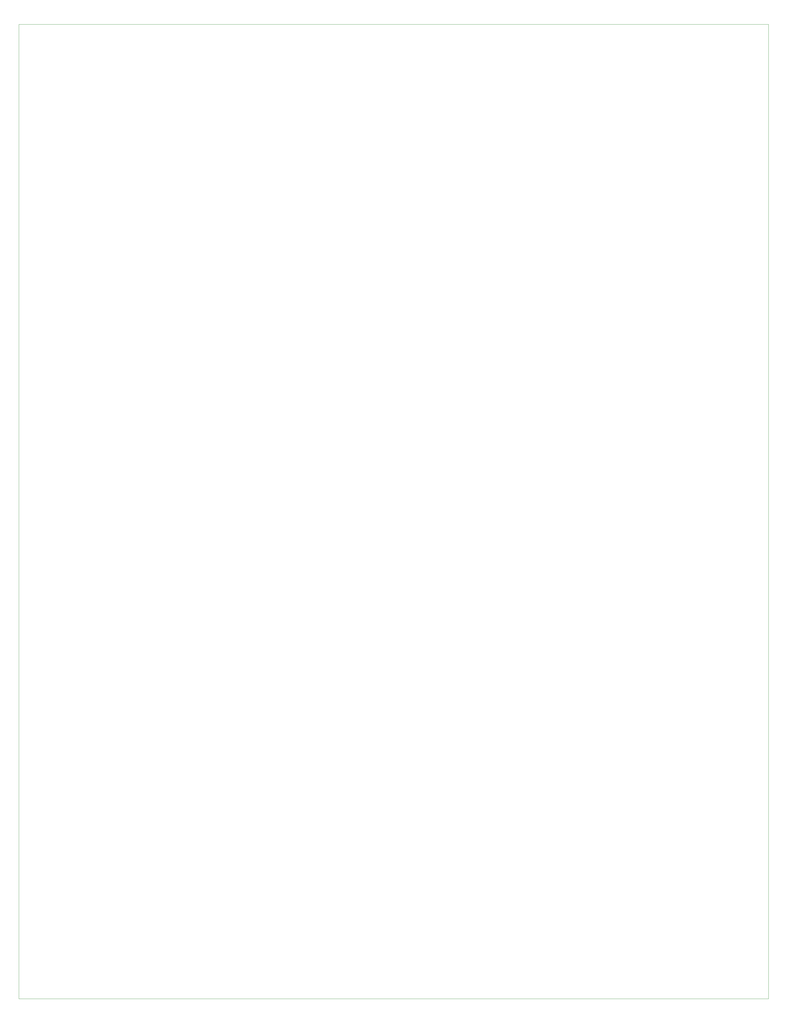
<source format=gbr>
%FSLAX34Y34*%
%MOMM*%
%LNOUTLINE*%
G71*
G01*
%ADD10C,0.002*%
%LPD*%
G54D10*
X-1631950Y3098800D02*
X798050Y3098800D01*
X798050Y-61200D01*
X-1631950Y-61200D01*
X-1631950Y3098800D01*
M02*

</source>
